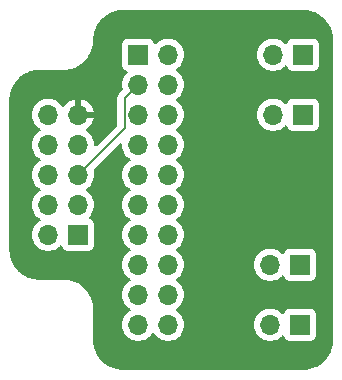
<source format=gbr>
%TF.GenerationSoftware,KiCad,Pcbnew,7.0.9-1.fc39*%
%TF.CreationDate,2023-12-29T10:13:10-08:00*%
%TF.ProjectId,supermicro-ATX-PCB,73757065-726d-4696-9372-6f2d4154582d,rev?*%
%TF.SameCoordinates,Original*%
%TF.FileFunction,Copper,L2,Bot*%
%TF.FilePolarity,Positive*%
%FSLAX46Y46*%
G04 Gerber Fmt 4.6, Leading zero omitted, Abs format (unit mm)*
G04 Created by KiCad (PCBNEW 7.0.9-1.fc39) date 2023-12-29 10:13:10*
%MOMM*%
%LPD*%
G01*
G04 APERTURE LIST*
%TA.AperFunction,ComponentPad*%
%ADD10R,1.700000X1.700000*%
%TD*%
%TA.AperFunction,ComponentPad*%
%ADD11O,1.700000X1.700000*%
%TD*%
%TA.AperFunction,Conductor*%
%ADD12C,0.200000*%
%TD*%
G04 APERTURE END LIST*
D10*
%TO.P,UID1,1,Pin_1*%
%TO.N,/UID_LED+*%
X123190000Y-68580000D03*
D11*
%TO.P,UID1,2,Pin_2*%
%TO.N,/UID_LED-*%
X120650000Y-68580000D03*
%TD*%
D10*
%TO.P,PWR_FAIL1,1,Pin_1*%
%TO.N,/PWR_FAIL_LED+*%
X123190000Y-63500000D03*
D11*
%TO.P,PWR_FAIL1,2,Pin_2*%
%TO.N,/PWR_FAIL_LED-*%
X120650000Y-63500000D03*
%TD*%
D10*
%TO.P,NIC2,1,Pin_1*%
%TO.N,/NIC2_LED+*%
X122936000Y-81280000D03*
D11*
%TO.P,NIC2,2,Pin_2*%
%TO.N,/NIC2_LED-*%
X120396000Y-81280000D03*
%TD*%
D10*
%TO.P,SM-JF1,1,Pin_1*%
%TO.N,/PWR_BUTT+*%
X109220000Y-63500000D03*
D11*
%TO.P,SM-JF1,2,Pin_2*%
%TO.N,/PWR_BUTT-*%
X111760000Y-63500000D03*
%TO.P,SM-JF1,3,Pin_3*%
%TO.N,/RESET_BUTT+*%
X109220000Y-66040000D03*
%TO.P,SM-JF1,4,Pin_4*%
%TO.N,/RESET_BUTT-*%
X111760000Y-66040000D03*
%TO.P,SM-JF1,5,Pin_5*%
%TO.N,/PWR_FAIL_LED+*%
X109220000Y-68580000D03*
%TO.P,SM-JF1,6,Pin_6*%
%TO.N,/PWR_FAIL_LED-*%
X111760000Y-68580000D03*
%TO.P,SM-JF1,7,Pin_7*%
%TO.N,/UID_LED+*%
X109220000Y-71120000D03*
%TO.P,SM-JF1,8,Pin_8*%
%TO.N,/UID_LED-*%
X111760000Y-71120000D03*
%TO.P,SM-JF1,9,Pin_9*%
%TO.N,/NIC2_LED+*%
X109220000Y-73660000D03*
%TO.P,SM-JF1,10,Pin_10*%
%TO.N,/NIC2_LED-*%
X111760000Y-73660000D03*
%TO.P,SM-JF1,11,Pin_11*%
%TO.N,/NIC1_LED+*%
X109220000Y-76200000D03*
%TO.P,SM-JF1,12,Pin_12*%
%TO.N,/NIC1_LED-*%
X111760000Y-76200000D03*
%TO.P,SM-JF1,13,Pin_13*%
%TO.N,/HDD_LED+*%
X109220000Y-78740000D03*
%TO.P,SM-JF1,14,Pin_14*%
%TO.N,/HDD_LED-*%
X111760000Y-78740000D03*
%TO.P,SM-JF1,15,Pin_15*%
%TO.N,/PWR_LED+*%
X109220000Y-81280000D03*
%TO.P,SM-JF1,16,Pin_16*%
%TO.N,/PWR_LED-*%
X111760000Y-81280000D03*
%TO.P,SM-JF1,17,Pin_17*%
%TO.N,unconnected-(SM-JF1-Pin_17-Pad17)*%
X109220000Y-83820000D03*
%TO.P,SM-JF1,18,Pin_18*%
%TO.N,unconnected-(SM-JF1-Pin_18-Pad18)*%
X111760000Y-83820000D03*
%TO.P,SM-JF1,19,Pin_19*%
%TO.N,unconnected-(SM-JF1-Pin_19-Pad19)*%
X109220000Y-86360000D03*
%TO.P,SM-JF1,20,Pin_20*%
%TO.N,/NMI*%
X111760000Y-86360000D03*
%TD*%
D10*
%TO.P,NIC1,1,Pin_1*%
%TO.N,/NIC1_LED+*%
X122936000Y-86360000D03*
D11*
%TO.P,NIC1,2,Pin_2*%
%TO.N,/NIC1_LED-*%
X120396000Y-86360000D03*
%TD*%
D10*
%TO.P,ATX-FP1,1,Pin_1*%
%TO.N,/HDD_LED+*%
X104140000Y-78740000D03*
D11*
%TO.P,ATX-FP1,2,Pin_2*%
%TO.N,/PWR_LED+*%
X101600000Y-78740000D03*
%TO.P,ATX-FP1,3,Pin_3*%
%TO.N,/HDD_LED-*%
X104140000Y-76200000D03*
%TO.P,ATX-FP1,4,Pin_4*%
%TO.N,/PWR_LED-*%
X101600000Y-76200000D03*
%TO.P,ATX-FP1,5,Pin_5*%
%TO.N,/RESET_BUTT+*%
X104140000Y-73660000D03*
%TO.P,ATX-FP1,6,Pin_6*%
%TO.N,/PWR_BUTT+*%
X101600000Y-73660000D03*
%TO.P,ATX-FP1,7,Pin_7*%
%TO.N,/RESET_BUTT-*%
X104140000Y-71120000D03*
%TO.P,ATX-FP1,8,Pin_8*%
%TO.N,/PWR_BUTT-*%
X101600000Y-71120000D03*
%TO.P,ATX-FP1,9,Pin_9*%
%TO.N,GND*%
X104140000Y-68580000D03*
%TO.P,ATX-FP1,10,Pin_10*%
%TO.N,unconnected-(ATX-FP1-Pin_10-Pad10)*%
X101600000Y-68580000D03*
%TD*%
D12*
%TO.N,/RESET_BUTT+*%
X104140000Y-73660000D02*
X108070000Y-69730000D01*
X108070000Y-67190000D02*
X109220000Y-66040000D01*
X108070000Y-69730000D02*
X108070000Y-67190000D01*
%TD*%
%TA.AperFunction,Conductor*%
%TO.N,GND*%
G36*
X123191737Y-59690598D02*
G01*
X123225041Y-59692467D01*
X123305603Y-59696992D01*
X123477691Y-59707401D01*
X123484297Y-59708160D01*
X123555907Y-59720327D01*
X123620343Y-59731277D01*
X123713462Y-59748340D01*
X123769227Y-59758560D01*
X123775198Y-59759963D01*
X123912032Y-59799384D01*
X124052850Y-59843265D01*
X124058092Y-59845164D01*
X124191420Y-59900391D01*
X124324609Y-59960334D01*
X124329147Y-59962605D01*
X124402221Y-60002991D01*
X124456422Y-60032947D01*
X124456439Y-60032956D01*
X124580935Y-60108217D01*
X124584739Y-60110711D01*
X124702726Y-60194427D01*
X124705072Y-60196176D01*
X124800416Y-60270874D01*
X124818332Y-60284910D01*
X124821409Y-60287486D01*
X124929430Y-60384018D01*
X124931957Y-60386408D01*
X125033590Y-60488041D01*
X125035980Y-60490568D01*
X125132512Y-60598589D01*
X125135088Y-60601666D01*
X125223811Y-60714912D01*
X125225571Y-60717272D01*
X125309287Y-60835259D01*
X125311781Y-60839063D01*
X125387043Y-60963560D01*
X125457393Y-61090851D01*
X125459668Y-61095398D01*
X125519609Y-61228581D01*
X125574831Y-61361899D01*
X125576744Y-61367183D01*
X125599633Y-61440634D01*
X125620631Y-61508021D01*
X125660032Y-61644790D01*
X125661440Y-61650781D01*
X125688722Y-61799656D01*
X125711835Y-61935683D01*
X125712599Y-61942330D01*
X125723012Y-62114475D01*
X125729402Y-62228263D01*
X125729500Y-62231741D01*
X125729500Y-87628258D01*
X125729402Y-87631736D01*
X125723012Y-87745524D01*
X125712599Y-87917668D01*
X125711835Y-87924315D01*
X125688722Y-88060343D01*
X125661440Y-88209217D01*
X125660032Y-88215208D01*
X125620625Y-88352001D01*
X125576744Y-88492815D01*
X125574831Y-88498099D01*
X125519609Y-88631418D01*
X125459668Y-88764600D01*
X125457394Y-88769147D01*
X125387043Y-88896439D01*
X125311781Y-89020936D01*
X125309287Y-89024739D01*
X125225571Y-89142726D01*
X125223811Y-89145086D01*
X125135088Y-89258332D01*
X125132512Y-89261409D01*
X125035980Y-89369430D01*
X125033590Y-89371957D01*
X124931957Y-89473590D01*
X124929430Y-89475980D01*
X124821409Y-89572512D01*
X124818332Y-89575088D01*
X124705086Y-89663811D01*
X124702726Y-89665571D01*
X124584739Y-89749287D01*
X124580936Y-89751781D01*
X124456439Y-89827043D01*
X124329147Y-89897394D01*
X124324600Y-89899668D01*
X124191418Y-89959609D01*
X124058099Y-90014831D01*
X124052815Y-90016744D01*
X123935231Y-90053385D01*
X123911990Y-90060627D01*
X123775208Y-90100032D01*
X123769217Y-90101440D01*
X123620343Y-90128722D01*
X123484315Y-90151835D01*
X123477668Y-90152599D01*
X123305524Y-90163012D01*
X123191736Y-90169402D01*
X123188258Y-90169500D01*
X107951742Y-90169500D01*
X107948265Y-90169402D01*
X107834475Y-90163012D01*
X107662330Y-90152599D01*
X107655683Y-90151835D01*
X107519656Y-90128722D01*
X107370781Y-90101440D01*
X107364790Y-90100032D01*
X107228021Y-90060631D01*
X107160634Y-90039633D01*
X107087183Y-90016744D01*
X107081899Y-90014831D01*
X106948581Y-89959609D01*
X106815398Y-89899668D01*
X106810851Y-89897393D01*
X106683560Y-89827043D01*
X106559063Y-89751781D01*
X106555259Y-89749287D01*
X106437272Y-89665571D01*
X106434912Y-89663811D01*
X106321666Y-89575088D01*
X106318589Y-89572512D01*
X106210568Y-89475980D01*
X106208041Y-89473590D01*
X106106408Y-89371957D01*
X106104018Y-89369430D01*
X106007486Y-89261409D01*
X106004910Y-89258332D01*
X105990874Y-89240416D01*
X105916176Y-89145072D01*
X105914427Y-89142726D01*
X105830711Y-89024739D01*
X105828217Y-89020935D01*
X105752956Y-88896439D01*
X105682605Y-88769147D01*
X105680330Y-88764600D01*
X105620390Y-88631418D01*
X105565167Y-88498099D01*
X105563265Y-88492850D01*
X105519375Y-88352001D01*
X105479963Y-88215198D01*
X105478560Y-88209227D01*
X105468340Y-88153462D01*
X105451277Y-88060343D01*
X105440327Y-87995907D01*
X105428160Y-87924297D01*
X105427401Y-87917691D01*
X105416992Y-87745603D01*
X105412235Y-87660888D01*
X105410598Y-87631736D01*
X105410500Y-87628259D01*
X105410500Y-84947326D01*
X105410499Y-84947322D01*
X105378554Y-84663794D01*
X105378553Y-84663789D01*
X105378552Y-84663780D01*
X105315057Y-84385591D01*
X105220814Y-84116261D01*
X105220810Y-84116254D01*
X105220807Y-84116245D01*
X105097012Y-83859181D01*
X105072389Y-83819994D01*
X104945197Y-83617569D01*
X104767289Y-83394479D01*
X104565521Y-83192711D01*
X104544548Y-83175986D01*
X104475856Y-83121206D01*
X104342431Y-83014803D01*
X104100824Y-82862991D01*
X104100825Y-82862991D01*
X104100818Y-82862987D01*
X103843754Y-82739192D01*
X103843732Y-82739183D01*
X103574420Y-82644946D01*
X103574408Y-82644942D01*
X103359714Y-82595940D01*
X103296220Y-82581448D01*
X103296217Y-82581447D01*
X103296205Y-82581445D01*
X103012677Y-82549500D01*
X103012671Y-82549500D01*
X102870099Y-82549500D01*
X101013715Y-82549500D01*
X101007600Y-82547704D01*
X100966736Y-82549424D01*
X100963213Y-82549472D01*
X100848018Y-82547770D01*
X100668929Y-82544357D01*
X100662065Y-82543844D01*
X100519471Y-82525196D01*
X100367408Y-82503249D01*
X100361205Y-82502028D01*
X100217929Y-82466160D01*
X100072986Y-82426440D01*
X100067495Y-82424657D01*
X99927677Y-82371939D01*
X99825461Y-82329733D01*
X99789866Y-82315035D01*
X99785134Y-82312843D01*
X99651427Y-82243942D01*
X99599033Y-82214241D01*
X99522092Y-82170623D01*
X99518142Y-82168183D01*
X99442272Y-82117265D01*
X99393939Y-82084827D01*
X99391470Y-82083081D01*
X99273493Y-81995269D01*
X99270277Y-81992705D01*
X99156400Y-81895546D01*
X99153750Y-81893150D01*
X99047597Y-81791452D01*
X99045107Y-81788924D01*
X98943136Y-81679289D01*
X98940456Y-81676209D01*
X98847641Y-81562063D01*
X98845800Y-81559683D01*
X98841187Y-81553408D01*
X98757220Y-81439192D01*
X98754600Y-81435330D01*
X98742568Y-81416079D01*
X98675809Y-81309256D01*
X98601242Y-81178621D01*
X98598863Y-81174012D01*
X98536093Y-81038738D01*
X98477440Y-80901318D01*
X98475423Y-80895908D01*
X98456656Y-80837385D01*
X98429539Y-80752827D01*
X98387554Y-80611175D01*
X98386074Y-80605053D01*
X98357640Y-80454110D01*
X98333095Y-80313562D01*
X98332266Y-80306298D01*
X98320097Y-80083937D01*
X98316643Y-80020829D01*
X98316551Y-80017453D01*
X98316551Y-78740005D01*
X100236844Y-78740005D01*
X100255434Y-78964359D01*
X100255436Y-78964371D01*
X100310703Y-79182614D01*
X100401140Y-79388792D01*
X100524276Y-79577265D01*
X100524284Y-79577276D01*
X100650967Y-79714888D01*
X100676760Y-79742906D01*
X100854424Y-79881189D01*
X100854425Y-79881189D01*
X100854427Y-79881191D01*
X100928912Y-79921500D01*
X101052426Y-79988342D01*
X101265365Y-80061444D01*
X101487431Y-80098500D01*
X101712569Y-80098500D01*
X101934635Y-80061444D01*
X102147574Y-79988342D01*
X102345576Y-79881189D01*
X102523240Y-79742906D01*
X102586452Y-79674239D01*
X102646337Y-79638250D01*
X102716175Y-79640349D01*
X102773791Y-79679873D01*
X102793861Y-79714888D01*
X102839111Y-79836204D01*
X102926739Y-79953261D01*
X103043796Y-80040889D01*
X103180799Y-80091989D01*
X103208050Y-80094918D01*
X103241345Y-80098499D01*
X103241362Y-80098500D01*
X105038638Y-80098500D01*
X105038654Y-80098499D01*
X105065692Y-80095591D01*
X105099201Y-80091989D01*
X105236204Y-80040889D01*
X105353261Y-79953261D01*
X105440889Y-79836204D01*
X105491989Y-79699201D01*
X105495591Y-79665692D01*
X105498499Y-79638654D01*
X105498500Y-79638637D01*
X105498500Y-77841362D01*
X105498499Y-77841345D01*
X105494672Y-77805759D01*
X105491989Y-77780799D01*
X105440889Y-77643796D01*
X105353261Y-77526739D01*
X105236204Y-77439111D01*
X105118404Y-77395172D01*
X105062471Y-77353300D01*
X105038055Y-77287835D01*
X105052908Y-77219562D01*
X105070504Y-77195014D01*
X105215722Y-77037268D01*
X105338860Y-76848791D01*
X105429296Y-76642616D01*
X105484564Y-76424368D01*
X105503156Y-76200000D01*
X105484564Y-75975632D01*
X105429296Y-75757384D01*
X105338860Y-75551209D01*
X105322706Y-75526484D01*
X105215723Y-75362734D01*
X105215715Y-75362723D01*
X105063243Y-75197097D01*
X105063238Y-75197092D01*
X104885577Y-75058812D01*
X104885578Y-75058812D01*
X104885576Y-75058811D01*
X104849070Y-75039055D01*
X104799479Y-74989836D01*
X104784371Y-74921619D01*
X104808541Y-74856064D01*
X104849070Y-74820945D01*
X104849084Y-74820936D01*
X104885576Y-74801189D01*
X105063240Y-74662906D01*
X105215722Y-74497268D01*
X105338860Y-74308791D01*
X105429296Y-74102616D01*
X105484564Y-73884368D01*
X105503156Y-73660000D01*
X105484564Y-73435632D01*
X105449394Y-73296749D01*
X105452019Y-73226929D01*
X105481917Y-73178630D01*
X107646231Y-71014316D01*
X107707552Y-70980833D01*
X107777244Y-70985817D01*
X107833177Y-71027689D01*
X107857594Y-71093153D01*
X107857487Y-71112233D01*
X107856844Y-71119997D01*
X107856844Y-71120005D01*
X107875434Y-71344359D01*
X107875436Y-71344371D01*
X107930703Y-71562614D01*
X108021140Y-71768792D01*
X108144276Y-71957265D01*
X108144284Y-71957276D01*
X108296756Y-72122902D01*
X108296760Y-72122906D01*
X108474424Y-72261189D01*
X108474429Y-72261191D01*
X108474431Y-72261193D01*
X108510930Y-72280946D01*
X108560520Y-72330165D01*
X108575628Y-72398382D01*
X108551457Y-72463937D01*
X108510930Y-72499054D01*
X108474431Y-72518806D01*
X108474422Y-72518812D01*
X108296761Y-72657092D01*
X108296756Y-72657097D01*
X108144284Y-72822723D01*
X108144276Y-72822734D01*
X108021140Y-73011207D01*
X107930703Y-73217385D01*
X107875436Y-73435628D01*
X107875434Y-73435640D01*
X107856844Y-73659994D01*
X107856844Y-73660005D01*
X107875434Y-73884359D01*
X107875436Y-73884371D01*
X107930703Y-74102614D01*
X108021140Y-74308792D01*
X108144276Y-74497265D01*
X108144284Y-74497276D01*
X108296756Y-74662902D01*
X108296760Y-74662906D01*
X108474424Y-74801189D01*
X108474429Y-74801191D01*
X108474431Y-74801193D01*
X108510930Y-74820946D01*
X108560520Y-74870165D01*
X108575628Y-74938382D01*
X108551457Y-75003937D01*
X108510930Y-75039054D01*
X108474431Y-75058806D01*
X108474422Y-75058812D01*
X108296761Y-75197092D01*
X108296756Y-75197097D01*
X108144284Y-75362723D01*
X108144276Y-75362734D01*
X108021140Y-75551207D01*
X107930703Y-75757385D01*
X107875436Y-75975628D01*
X107875434Y-75975640D01*
X107856844Y-76199994D01*
X107856844Y-76200005D01*
X107875434Y-76424359D01*
X107875436Y-76424371D01*
X107930703Y-76642614D01*
X108021140Y-76848792D01*
X108144276Y-77037265D01*
X108144284Y-77037276D01*
X108289488Y-77195007D01*
X108296760Y-77202906D01*
X108474424Y-77341189D01*
X108474429Y-77341191D01*
X108474431Y-77341193D01*
X108510930Y-77360946D01*
X108560520Y-77410165D01*
X108575628Y-77478382D01*
X108551457Y-77543937D01*
X108510930Y-77579054D01*
X108474431Y-77598806D01*
X108474422Y-77598812D01*
X108296761Y-77737092D01*
X108296756Y-77737097D01*
X108144284Y-77902723D01*
X108144276Y-77902734D01*
X108021140Y-78091207D01*
X107930703Y-78297385D01*
X107875436Y-78515628D01*
X107875434Y-78515640D01*
X107856844Y-78739994D01*
X107856844Y-78740005D01*
X107875434Y-78964359D01*
X107875436Y-78964371D01*
X107930703Y-79182614D01*
X108021140Y-79388792D01*
X108144276Y-79577265D01*
X108144284Y-79577276D01*
X108270967Y-79714888D01*
X108296760Y-79742906D01*
X108474424Y-79881189D01*
X108474429Y-79881191D01*
X108474431Y-79881193D01*
X108510930Y-79900946D01*
X108560520Y-79950165D01*
X108575628Y-80018382D01*
X108551457Y-80083937D01*
X108510930Y-80119054D01*
X108474431Y-80138806D01*
X108474422Y-80138812D01*
X108296761Y-80277092D01*
X108296756Y-80277097D01*
X108144284Y-80442723D01*
X108144276Y-80442734D01*
X108021140Y-80631207D01*
X107930703Y-80837385D01*
X107875436Y-81055628D01*
X107875434Y-81055640D01*
X107856844Y-81279994D01*
X107856844Y-81280005D01*
X107875434Y-81504359D01*
X107875436Y-81504371D01*
X107930703Y-81722614D01*
X108021140Y-81928792D01*
X108144276Y-82117265D01*
X108144284Y-82117276D01*
X108270967Y-82254888D01*
X108296760Y-82282906D01*
X108474424Y-82421189D01*
X108474429Y-82421191D01*
X108474431Y-82421193D01*
X108510930Y-82440946D01*
X108560520Y-82490165D01*
X108575628Y-82558382D01*
X108551457Y-82623937D01*
X108510930Y-82659054D01*
X108474431Y-82678806D01*
X108474422Y-82678812D01*
X108296761Y-82817092D01*
X108296756Y-82817097D01*
X108144284Y-82982723D01*
X108144276Y-82982734D01*
X108021140Y-83171207D01*
X107930703Y-83377385D01*
X107875436Y-83595628D01*
X107875434Y-83595640D01*
X107856844Y-83819994D01*
X107856844Y-83820005D01*
X107875434Y-84044359D01*
X107875436Y-84044371D01*
X107930703Y-84262614D01*
X108021140Y-84468792D01*
X108144276Y-84657265D01*
X108144284Y-84657276D01*
X108280889Y-84805666D01*
X108296760Y-84822906D01*
X108474424Y-84961189D01*
X108474429Y-84961191D01*
X108474431Y-84961193D01*
X108510930Y-84980946D01*
X108560520Y-85030165D01*
X108575628Y-85098382D01*
X108551457Y-85163937D01*
X108510930Y-85199054D01*
X108474431Y-85218806D01*
X108474422Y-85218812D01*
X108296761Y-85357092D01*
X108296756Y-85357097D01*
X108144284Y-85522723D01*
X108144276Y-85522734D01*
X108021140Y-85711207D01*
X107930703Y-85917385D01*
X107875436Y-86135628D01*
X107875434Y-86135640D01*
X107856844Y-86359994D01*
X107856844Y-86360005D01*
X107875434Y-86584359D01*
X107875436Y-86584371D01*
X107930703Y-86802614D01*
X108021140Y-87008792D01*
X108144276Y-87197265D01*
X108144284Y-87197276D01*
X108270967Y-87334888D01*
X108296760Y-87362906D01*
X108474424Y-87501189D01*
X108474425Y-87501189D01*
X108474427Y-87501191D01*
X108601135Y-87569761D01*
X108672426Y-87608342D01*
X108885365Y-87681444D01*
X109107431Y-87718500D01*
X109332569Y-87718500D01*
X109554635Y-87681444D01*
X109767574Y-87608342D01*
X109965576Y-87501189D01*
X110143240Y-87362906D01*
X110295722Y-87197268D01*
X110386193Y-87058790D01*
X110439338Y-87013437D01*
X110508569Y-87004013D01*
X110571905Y-87033515D01*
X110593804Y-87058787D01*
X110684278Y-87197268D01*
X110684283Y-87197273D01*
X110684284Y-87197276D01*
X110810967Y-87334888D01*
X110836760Y-87362906D01*
X111014424Y-87501189D01*
X111014425Y-87501189D01*
X111014427Y-87501191D01*
X111141135Y-87569761D01*
X111212426Y-87608342D01*
X111425365Y-87681444D01*
X111647431Y-87718500D01*
X111872569Y-87718500D01*
X112094635Y-87681444D01*
X112307574Y-87608342D01*
X112505576Y-87501189D01*
X112683240Y-87362906D01*
X112835722Y-87197268D01*
X112958860Y-87008791D01*
X113049296Y-86802616D01*
X113104564Y-86584368D01*
X113123156Y-86360005D01*
X119032844Y-86360005D01*
X119051434Y-86584359D01*
X119051436Y-86584371D01*
X119106703Y-86802614D01*
X119197140Y-87008792D01*
X119320276Y-87197265D01*
X119320284Y-87197276D01*
X119446967Y-87334888D01*
X119472760Y-87362906D01*
X119650424Y-87501189D01*
X119650425Y-87501189D01*
X119650427Y-87501191D01*
X119777135Y-87569761D01*
X119848426Y-87608342D01*
X120061365Y-87681444D01*
X120283431Y-87718500D01*
X120508569Y-87718500D01*
X120730635Y-87681444D01*
X120943574Y-87608342D01*
X121141576Y-87501189D01*
X121319240Y-87362906D01*
X121382452Y-87294239D01*
X121442337Y-87258250D01*
X121512175Y-87260349D01*
X121569791Y-87299873D01*
X121589861Y-87334888D01*
X121635111Y-87456204D01*
X121722739Y-87573261D01*
X121839796Y-87660889D01*
X121976799Y-87711989D01*
X122004050Y-87714918D01*
X122037345Y-87718499D01*
X122037362Y-87718500D01*
X123834638Y-87718500D01*
X123834654Y-87718499D01*
X123861692Y-87715591D01*
X123895201Y-87711989D01*
X124032204Y-87660889D01*
X124149261Y-87573261D01*
X124236889Y-87456204D01*
X124287989Y-87319201D01*
X124291591Y-87285692D01*
X124294499Y-87258654D01*
X124294500Y-87258637D01*
X124294500Y-85461362D01*
X124294499Y-85461345D01*
X124290672Y-85425759D01*
X124287989Y-85400799D01*
X124236889Y-85263796D01*
X124149261Y-85146739D01*
X124032204Y-85059111D01*
X123895203Y-85008011D01*
X123834654Y-85001500D01*
X123834638Y-85001500D01*
X122037362Y-85001500D01*
X122037345Y-85001500D01*
X121976797Y-85008011D01*
X121976795Y-85008011D01*
X121839795Y-85059111D01*
X121722739Y-85146739D01*
X121635111Y-85263795D01*
X121589861Y-85385111D01*
X121547989Y-85441044D01*
X121482524Y-85465460D01*
X121414252Y-85450607D01*
X121382454Y-85425762D01*
X121319240Y-85357094D01*
X121141576Y-85218811D01*
X121141575Y-85218810D01*
X121141572Y-85218808D01*
X120943580Y-85111661D01*
X120943577Y-85111659D01*
X120943574Y-85111658D01*
X120943571Y-85111657D01*
X120943569Y-85111656D01*
X120730637Y-85038556D01*
X120508569Y-85001500D01*
X120283431Y-85001500D01*
X120061362Y-85038556D01*
X119848430Y-85111656D01*
X119848419Y-85111661D01*
X119650427Y-85218808D01*
X119650422Y-85218812D01*
X119472761Y-85357092D01*
X119472756Y-85357097D01*
X119320284Y-85522723D01*
X119320276Y-85522734D01*
X119197140Y-85711207D01*
X119106703Y-85917385D01*
X119051436Y-86135628D01*
X119051434Y-86135640D01*
X119032844Y-86359994D01*
X119032844Y-86360005D01*
X113123156Y-86360005D01*
X113123156Y-86360000D01*
X113104564Y-86135632D01*
X113049296Y-85917384D01*
X112958860Y-85711209D01*
X112942706Y-85686484D01*
X112835723Y-85522734D01*
X112835715Y-85522723D01*
X112683243Y-85357097D01*
X112683238Y-85357092D01*
X112505577Y-85218812D01*
X112505578Y-85218812D01*
X112505576Y-85218811D01*
X112469070Y-85199055D01*
X112419479Y-85149836D01*
X112404371Y-85081619D01*
X112428541Y-85016064D01*
X112469070Y-84980945D01*
X112469084Y-84980936D01*
X112505576Y-84961189D01*
X112683240Y-84822906D01*
X112782614Y-84714957D01*
X112835715Y-84657276D01*
X112835717Y-84657273D01*
X112835722Y-84657268D01*
X112958860Y-84468791D01*
X113049296Y-84262616D01*
X113104564Y-84044368D01*
X113104565Y-84044359D01*
X113123156Y-83820005D01*
X113123156Y-83819994D01*
X113104565Y-83595640D01*
X113104563Y-83595628D01*
X113049296Y-83377385D01*
X112968291Y-83192711D01*
X112958860Y-83171209D01*
X112942706Y-83146484D01*
X112835723Y-82982734D01*
X112835715Y-82982723D01*
X112683243Y-82817097D01*
X112683238Y-82817092D01*
X112505577Y-82678812D01*
X112505578Y-82678812D01*
X112505576Y-82678811D01*
X112469070Y-82659055D01*
X112419479Y-82609836D01*
X112404371Y-82541619D01*
X112428541Y-82476064D01*
X112469070Y-82440945D01*
X112478039Y-82436091D01*
X112505576Y-82421189D01*
X112683240Y-82282906D01*
X112835722Y-82117268D01*
X112958860Y-81928791D01*
X113049296Y-81722616D01*
X113104564Y-81504368D01*
X113104565Y-81504359D01*
X113123156Y-81280005D01*
X119032844Y-81280005D01*
X119051434Y-81504359D01*
X119051436Y-81504371D01*
X119106703Y-81722614D01*
X119197140Y-81928792D01*
X119320276Y-82117265D01*
X119320284Y-82117276D01*
X119446967Y-82254888D01*
X119472760Y-82282906D01*
X119650424Y-82421189D01*
X119650425Y-82421189D01*
X119650427Y-82421191D01*
X119733523Y-82466160D01*
X119848426Y-82528342D01*
X120061365Y-82601444D01*
X120283431Y-82638500D01*
X120508569Y-82638500D01*
X120730635Y-82601444D01*
X120943574Y-82528342D01*
X121141576Y-82421189D01*
X121319240Y-82282906D01*
X121382452Y-82214239D01*
X121442337Y-82178250D01*
X121512175Y-82180349D01*
X121569791Y-82219873D01*
X121589861Y-82254888D01*
X121617778Y-82329733D01*
X121635111Y-82376204D01*
X121722739Y-82493261D01*
X121839796Y-82580889D01*
X121976799Y-82631989D01*
X122004050Y-82634918D01*
X122037345Y-82638499D01*
X122037362Y-82638500D01*
X123834638Y-82638500D01*
X123834654Y-82638499D01*
X123861692Y-82635591D01*
X123895201Y-82631989D01*
X124032204Y-82580889D01*
X124149261Y-82493261D01*
X124236889Y-82376204D01*
X124287989Y-82239201D01*
X124291591Y-82205692D01*
X124294499Y-82178654D01*
X124294500Y-82178637D01*
X124294500Y-80381362D01*
X124294499Y-80381345D01*
X124290672Y-80345759D01*
X124287989Y-80320799D01*
X124282580Y-80306298D01*
X124265522Y-80260564D01*
X124236889Y-80183796D01*
X124149261Y-80066739D01*
X124032204Y-79979111D01*
X123895203Y-79928011D01*
X123834654Y-79921500D01*
X123834638Y-79921500D01*
X122037362Y-79921500D01*
X122037345Y-79921500D01*
X121976797Y-79928011D01*
X121976795Y-79928011D01*
X121839795Y-79979111D01*
X121722739Y-80066739D01*
X121635111Y-80183795D01*
X121589861Y-80305111D01*
X121547989Y-80361044D01*
X121482524Y-80385460D01*
X121414252Y-80370607D01*
X121382454Y-80345762D01*
X121319240Y-80277094D01*
X121141576Y-80138811D01*
X121141575Y-80138810D01*
X121141572Y-80138808D01*
X120943580Y-80031661D01*
X120943577Y-80031659D01*
X120943574Y-80031658D01*
X120943571Y-80031657D01*
X120943569Y-80031656D01*
X120730637Y-79958556D01*
X120508569Y-79921500D01*
X120283431Y-79921500D01*
X120061362Y-79958556D01*
X119848430Y-80031656D01*
X119848419Y-80031661D01*
X119650427Y-80138808D01*
X119650422Y-80138812D01*
X119472761Y-80277092D01*
X119472756Y-80277097D01*
X119320284Y-80442723D01*
X119320276Y-80442734D01*
X119197140Y-80631207D01*
X119106703Y-80837385D01*
X119051436Y-81055628D01*
X119051434Y-81055640D01*
X119032844Y-81279994D01*
X119032844Y-81280005D01*
X113123156Y-81280005D01*
X113123156Y-81279994D01*
X113104565Y-81055640D01*
X113104563Y-81055628D01*
X113049296Y-80837385D01*
X112958859Y-80631207D01*
X112897291Y-80536970D01*
X112835722Y-80442732D01*
X112835719Y-80442729D01*
X112835715Y-80442723D01*
X112683243Y-80277097D01*
X112683238Y-80277092D01*
X112505577Y-80138812D01*
X112505578Y-80138812D01*
X112505576Y-80138811D01*
X112469070Y-80119055D01*
X112419479Y-80069836D01*
X112404371Y-80001619D01*
X112428541Y-79936064D01*
X112469070Y-79900945D01*
X112469084Y-79900936D01*
X112505576Y-79881189D01*
X112683240Y-79742906D01*
X112835722Y-79577268D01*
X112958860Y-79388791D01*
X113049296Y-79182616D01*
X113104564Y-78964368D01*
X113123156Y-78740000D01*
X113104564Y-78515632D01*
X113049296Y-78297384D01*
X112958860Y-78091209D01*
X112942706Y-78066484D01*
X112835723Y-77902734D01*
X112835715Y-77902723D01*
X112683243Y-77737097D01*
X112683238Y-77737092D01*
X112505577Y-77598812D01*
X112505578Y-77598812D01*
X112505576Y-77598811D01*
X112469070Y-77579055D01*
X112419479Y-77529836D01*
X112404371Y-77461619D01*
X112428541Y-77396064D01*
X112469070Y-77360945D01*
X112469084Y-77360936D01*
X112505576Y-77341189D01*
X112683240Y-77202906D01*
X112835722Y-77037268D01*
X112958860Y-76848791D01*
X113049296Y-76642616D01*
X113104564Y-76424368D01*
X113123156Y-76200000D01*
X113104564Y-75975632D01*
X113049296Y-75757384D01*
X112958860Y-75551209D01*
X112942706Y-75526484D01*
X112835723Y-75362734D01*
X112835715Y-75362723D01*
X112683243Y-75197097D01*
X112683238Y-75197092D01*
X112505577Y-75058812D01*
X112505578Y-75058812D01*
X112505576Y-75058811D01*
X112469070Y-75039055D01*
X112419479Y-74989836D01*
X112404371Y-74921619D01*
X112428541Y-74856064D01*
X112469070Y-74820945D01*
X112469084Y-74820936D01*
X112505576Y-74801189D01*
X112683240Y-74662906D01*
X112835722Y-74497268D01*
X112958860Y-74308791D01*
X113049296Y-74102616D01*
X113104564Y-73884368D01*
X113123156Y-73660000D01*
X113104564Y-73435632D01*
X113049296Y-73217384D01*
X112958860Y-73011209D01*
X112942706Y-72986484D01*
X112835723Y-72822734D01*
X112835715Y-72822723D01*
X112683243Y-72657097D01*
X112683238Y-72657092D01*
X112505577Y-72518812D01*
X112505578Y-72518812D01*
X112505576Y-72518811D01*
X112469070Y-72499055D01*
X112419479Y-72449836D01*
X112404371Y-72381619D01*
X112428541Y-72316064D01*
X112469070Y-72280945D01*
X112469084Y-72280936D01*
X112505576Y-72261189D01*
X112683240Y-72122906D01*
X112835722Y-71957268D01*
X112958860Y-71768791D01*
X113049296Y-71562616D01*
X113104564Y-71344368D01*
X113104565Y-71344359D01*
X113123156Y-71120005D01*
X113123156Y-71119994D01*
X113104565Y-70895640D01*
X113104563Y-70895628D01*
X113049296Y-70677385D01*
X112958859Y-70471207D01*
X112835723Y-70282734D01*
X112835715Y-70282723D01*
X112683243Y-70117097D01*
X112683238Y-70117092D01*
X112505577Y-69978812D01*
X112505578Y-69978812D01*
X112505576Y-69978811D01*
X112469070Y-69959055D01*
X112419479Y-69909836D01*
X112404371Y-69841619D01*
X112428541Y-69776064D01*
X112469070Y-69740945D01*
X112469084Y-69740936D01*
X112505576Y-69721189D01*
X112683240Y-69582906D01*
X112804594Y-69451082D01*
X112835715Y-69417276D01*
X112835717Y-69417273D01*
X112835722Y-69417268D01*
X112958860Y-69228791D01*
X113049296Y-69022616D01*
X113104564Y-68804368D01*
X113123156Y-68580005D01*
X119286844Y-68580005D01*
X119305434Y-68804359D01*
X119305436Y-68804371D01*
X119360703Y-69022614D01*
X119451140Y-69228792D01*
X119574276Y-69417265D01*
X119574284Y-69417276D01*
X119700967Y-69554888D01*
X119726760Y-69582906D01*
X119904424Y-69721189D01*
X119904425Y-69721189D01*
X119904427Y-69721191D01*
X119947985Y-69744763D01*
X120102426Y-69828342D01*
X120315365Y-69901444D01*
X120537431Y-69938500D01*
X120762569Y-69938500D01*
X120984635Y-69901444D01*
X121197574Y-69828342D01*
X121395576Y-69721189D01*
X121573240Y-69582906D01*
X121636452Y-69514239D01*
X121696337Y-69478250D01*
X121766175Y-69480349D01*
X121823791Y-69519873D01*
X121843861Y-69554888D01*
X121867442Y-69618108D01*
X121889111Y-69676204D01*
X121976739Y-69793261D01*
X122093796Y-69880889D01*
X122230799Y-69931989D01*
X122258050Y-69934918D01*
X122291345Y-69938499D01*
X122291362Y-69938500D01*
X124088638Y-69938500D01*
X124088654Y-69938499D01*
X124115692Y-69935591D01*
X124149201Y-69931989D01*
X124286204Y-69880889D01*
X124403261Y-69793261D01*
X124490889Y-69676204D01*
X124541989Y-69539201D01*
X124546889Y-69493627D01*
X124548499Y-69478654D01*
X124548500Y-69478637D01*
X124548500Y-67681362D01*
X124548499Y-67681345D01*
X124544672Y-67645759D01*
X124541989Y-67620799D01*
X124490889Y-67483796D01*
X124403261Y-67366739D01*
X124286204Y-67279111D01*
X124149203Y-67228011D01*
X124088654Y-67221500D01*
X124088638Y-67221500D01*
X122291362Y-67221500D01*
X122291345Y-67221500D01*
X122230797Y-67228011D01*
X122230795Y-67228011D01*
X122093795Y-67279111D01*
X121976739Y-67366739D01*
X121889111Y-67483795D01*
X121843861Y-67605111D01*
X121801989Y-67661044D01*
X121736524Y-67685460D01*
X121668252Y-67670607D01*
X121636454Y-67645762D01*
X121573240Y-67577094D01*
X121395576Y-67438811D01*
X121395575Y-67438810D01*
X121395572Y-67438808D01*
X121197580Y-67331661D01*
X121197577Y-67331659D01*
X121197574Y-67331658D01*
X121197571Y-67331657D01*
X121197569Y-67331656D01*
X120984637Y-67258556D01*
X120762569Y-67221500D01*
X120537431Y-67221500D01*
X120315362Y-67258556D01*
X120102430Y-67331656D01*
X120102419Y-67331661D01*
X119904427Y-67438808D01*
X119904422Y-67438812D01*
X119726761Y-67577092D01*
X119726756Y-67577097D01*
X119574284Y-67742723D01*
X119574276Y-67742734D01*
X119451140Y-67931207D01*
X119360703Y-68137385D01*
X119305436Y-68355628D01*
X119305434Y-68355640D01*
X119286844Y-68579994D01*
X119286844Y-68580005D01*
X113123156Y-68580005D01*
X113123156Y-68580000D01*
X113104564Y-68355632D01*
X113049296Y-68137384D01*
X112958860Y-67931209D01*
X112942706Y-67906484D01*
X112835723Y-67742734D01*
X112835715Y-67742723D01*
X112683243Y-67577097D01*
X112683238Y-67577092D01*
X112505577Y-67438812D01*
X112505578Y-67438812D01*
X112505576Y-67438811D01*
X112469070Y-67419055D01*
X112419479Y-67369836D01*
X112404371Y-67301619D01*
X112428541Y-67236064D01*
X112469070Y-67200945D01*
X112469084Y-67200936D01*
X112505576Y-67181189D01*
X112683240Y-67042906D01*
X112830163Y-66883307D01*
X112835715Y-66877276D01*
X112835717Y-66877273D01*
X112835722Y-66877268D01*
X112958860Y-66688791D01*
X113049296Y-66482616D01*
X113104564Y-66264368D01*
X113111623Y-66179184D01*
X113123156Y-66040005D01*
X113123156Y-66039994D01*
X113104565Y-65815640D01*
X113104563Y-65815628D01*
X113072488Y-65688967D01*
X113049296Y-65597384D01*
X112958860Y-65391209D01*
X112942706Y-65366484D01*
X112835723Y-65202734D01*
X112835715Y-65202723D01*
X112683243Y-65037097D01*
X112683238Y-65037092D01*
X112505577Y-64898812D01*
X112505578Y-64898812D01*
X112505576Y-64898811D01*
X112469070Y-64879055D01*
X112419479Y-64829836D01*
X112404371Y-64761619D01*
X112428541Y-64696064D01*
X112469070Y-64660945D01*
X112469084Y-64660936D01*
X112505576Y-64641189D01*
X112683240Y-64502906D01*
X112835722Y-64337268D01*
X112958860Y-64148791D01*
X113049296Y-63942616D01*
X113104564Y-63724368D01*
X113106382Y-63702429D01*
X113123156Y-63500005D01*
X119286844Y-63500005D01*
X119305434Y-63724359D01*
X119305436Y-63724371D01*
X119360703Y-63942614D01*
X119451140Y-64148792D01*
X119574276Y-64337265D01*
X119574284Y-64337276D01*
X119700967Y-64474888D01*
X119726760Y-64502906D01*
X119904424Y-64641189D01*
X119904425Y-64641189D01*
X119904427Y-64641191D01*
X120005824Y-64696064D01*
X120102426Y-64748342D01*
X120315365Y-64821444D01*
X120537431Y-64858500D01*
X120762569Y-64858500D01*
X120984635Y-64821444D01*
X121197574Y-64748342D01*
X121395576Y-64641189D01*
X121573240Y-64502906D01*
X121636452Y-64434239D01*
X121696337Y-64398250D01*
X121766175Y-64400349D01*
X121823791Y-64439873D01*
X121843861Y-64474888D01*
X121889111Y-64596204D01*
X121976739Y-64713261D01*
X122093796Y-64800889D01*
X122230799Y-64851989D01*
X122258050Y-64854918D01*
X122291345Y-64858499D01*
X122291362Y-64858500D01*
X124088638Y-64858500D01*
X124088654Y-64858499D01*
X124115692Y-64855591D01*
X124149201Y-64851989D01*
X124286204Y-64800889D01*
X124403261Y-64713261D01*
X124490889Y-64596204D01*
X124541989Y-64459201D01*
X124547344Y-64409391D01*
X124548499Y-64398654D01*
X124548500Y-64398637D01*
X124548500Y-62601362D01*
X124548499Y-62601345D01*
X124545157Y-62570270D01*
X124541989Y-62540799D01*
X124536137Y-62525110D01*
X124519522Y-62480564D01*
X124490889Y-62403796D01*
X124403261Y-62286739D01*
X124286204Y-62199111D01*
X124149203Y-62148011D01*
X124088654Y-62141500D01*
X124088638Y-62141500D01*
X122291362Y-62141500D01*
X122291345Y-62141500D01*
X122230797Y-62148011D01*
X122230795Y-62148011D01*
X122093795Y-62199111D01*
X121976739Y-62286739D01*
X121889111Y-62403795D01*
X121843861Y-62525111D01*
X121801989Y-62581044D01*
X121736524Y-62605460D01*
X121668252Y-62590607D01*
X121636454Y-62565762D01*
X121573240Y-62497094D01*
X121395576Y-62358811D01*
X121395575Y-62358810D01*
X121395572Y-62358808D01*
X121197580Y-62251661D01*
X121197577Y-62251659D01*
X121197574Y-62251658D01*
X121197571Y-62251657D01*
X121197569Y-62251656D01*
X120984637Y-62178556D01*
X120762569Y-62141500D01*
X120537431Y-62141500D01*
X120315362Y-62178556D01*
X120102430Y-62251656D01*
X120102419Y-62251661D01*
X119904427Y-62358808D01*
X119904422Y-62358812D01*
X119726761Y-62497092D01*
X119726756Y-62497097D01*
X119574284Y-62662723D01*
X119574276Y-62662734D01*
X119451140Y-62851207D01*
X119360703Y-63057385D01*
X119305436Y-63275628D01*
X119305434Y-63275640D01*
X119286844Y-63499994D01*
X119286844Y-63500005D01*
X113123156Y-63500005D01*
X113123156Y-63499994D01*
X113104565Y-63275640D01*
X113104563Y-63275628D01*
X113049296Y-63057385D01*
X112995354Y-62934409D01*
X112958860Y-62851209D01*
X112835722Y-62662732D01*
X112835719Y-62662729D01*
X112835715Y-62662723D01*
X112683243Y-62497097D01*
X112683238Y-62497092D01*
X112523391Y-62372677D01*
X112505576Y-62358811D01*
X112505575Y-62358810D01*
X112505572Y-62358808D01*
X112307580Y-62251661D01*
X112307577Y-62251659D01*
X112307574Y-62251658D01*
X112307571Y-62251657D01*
X112307569Y-62251656D01*
X112094637Y-62178556D01*
X111872569Y-62141500D01*
X111647431Y-62141500D01*
X111425362Y-62178556D01*
X111212430Y-62251656D01*
X111212419Y-62251661D01*
X111014427Y-62358808D01*
X111014422Y-62358812D01*
X110836761Y-62497092D01*
X110773548Y-62565760D01*
X110713661Y-62601750D01*
X110643823Y-62599649D01*
X110586207Y-62560124D01*
X110566138Y-62525110D01*
X110520889Y-62403796D01*
X110520888Y-62403795D01*
X110433261Y-62286739D01*
X110316204Y-62199111D01*
X110179203Y-62148011D01*
X110118654Y-62141500D01*
X110118638Y-62141500D01*
X108321362Y-62141500D01*
X108321345Y-62141500D01*
X108260797Y-62148011D01*
X108260795Y-62148011D01*
X108123795Y-62199111D01*
X108006739Y-62286739D01*
X107919111Y-62403795D01*
X107868011Y-62540795D01*
X107868011Y-62540797D01*
X107861500Y-62601345D01*
X107861500Y-64398654D01*
X107868011Y-64459202D01*
X107868011Y-64459204D01*
X107919111Y-64596204D01*
X108006739Y-64713261D01*
X108123796Y-64800889D01*
X108166404Y-64816781D01*
X108241595Y-64844827D01*
X108297528Y-64886699D01*
X108321944Y-64952163D01*
X108307092Y-65020436D01*
X108289490Y-65044991D01*
X108144279Y-65202730D01*
X108144276Y-65202734D01*
X108021140Y-65391207D01*
X107930703Y-65597385D01*
X107875436Y-65815628D01*
X107875434Y-65815640D01*
X107856844Y-66039994D01*
X107856844Y-66040005D01*
X107875435Y-66264364D01*
X107910605Y-66403248D01*
X107907980Y-66473068D01*
X107878080Y-66521369D01*
X107670801Y-66728649D01*
X107664698Y-66734000D01*
X107636013Y-66756012D01*
X107611521Y-66787929D01*
X107538335Y-66883307D01*
X107537694Y-66885010D01*
X107477163Y-67031146D01*
X107477162Y-67031150D01*
X107460957Y-67154241D01*
X107460955Y-67154254D01*
X107456250Y-67190000D01*
X107460969Y-67225843D01*
X107461500Y-67233945D01*
X107461500Y-69426588D01*
X107441815Y-69493627D01*
X107425181Y-69514269D01*
X105713770Y-71225679D01*
X105652447Y-71259164D01*
X105582755Y-71254180D01*
X105526822Y-71212308D01*
X105502405Y-71146844D01*
X105502512Y-71127760D01*
X105503156Y-71120000D01*
X105502512Y-71112233D01*
X105484565Y-70895640D01*
X105484563Y-70895628D01*
X105429296Y-70677385D01*
X105338859Y-70471207D01*
X105215723Y-70282734D01*
X105215715Y-70282723D01*
X105063243Y-70117097D01*
X105063238Y-70117092D01*
X104885577Y-69978812D01*
X104885577Y-69978811D01*
X104842303Y-69955393D01*
X104792713Y-69906173D01*
X104777605Y-69837957D01*
X104801775Y-69772401D01*
X104830198Y-69744763D01*
X105011079Y-69618108D01*
X105178105Y-69451082D01*
X105313600Y-69257578D01*
X105413429Y-69043492D01*
X105413432Y-69043486D01*
X105470636Y-68830000D01*
X104573686Y-68830000D01*
X104599493Y-68789844D01*
X104640000Y-68651889D01*
X104640000Y-68508111D01*
X104599493Y-68370156D01*
X104573686Y-68330000D01*
X105470636Y-68330000D01*
X105470635Y-68329999D01*
X105413432Y-68116513D01*
X105413429Y-68116507D01*
X105313600Y-67902422D01*
X105313599Y-67902420D01*
X105178113Y-67708926D01*
X105178108Y-67708920D01*
X105011082Y-67541894D01*
X104817578Y-67406399D01*
X104603492Y-67306570D01*
X104603486Y-67306567D01*
X104390000Y-67249364D01*
X104390000Y-68144498D01*
X104282315Y-68095320D01*
X104175763Y-68080000D01*
X104104237Y-68080000D01*
X103997685Y-68095320D01*
X103890000Y-68144498D01*
X103890000Y-67249364D01*
X103889999Y-67249364D01*
X103676513Y-67306567D01*
X103676507Y-67306570D01*
X103462422Y-67406399D01*
X103462420Y-67406400D01*
X103268926Y-67541886D01*
X103268920Y-67541891D01*
X103101891Y-67708920D01*
X103101890Y-67708922D01*
X102975131Y-67889952D01*
X102920554Y-67933577D01*
X102851055Y-67940769D01*
X102788701Y-67909247D01*
X102769752Y-67886656D01*
X102675722Y-67742732D01*
X102675715Y-67742725D01*
X102675715Y-67742723D01*
X102523243Y-67577097D01*
X102523238Y-67577092D01*
X102345577Y-67438812D01*
X102345572Y-67438808D01*
X102147580Y-67331661D01*
X102147577Y-67331659D01*
X102147574Y-67331658D01*
X102147571Y-67331657D01*
X102147569Y-67331656D01*
X101934637Y-67258556D01*
X101712569Y-67221500D01*
X101487431Y-67221500D01*
X101265362Y-67258556D01*
X101052430Y-67331656D01*
X101052419Y-67331661D01*
X100854427Y-67438808D01*
X100854422Y-67438812D01*
X100676761Y-67577092D01*
X100676756Y-67577097D01*
X100524284Y-67742723D01*
X100524276Y-67742734D01*
X100401140Y-67931207D01*
X100310703Y-68137385D01*
X100255436Y-68355628D01*
X100255434Y-68355640D01*
X100236844Y-68579994D01*
X100236844Y-68580005D01*
X100255434Y-68804359D01*
X100255436Y-68804371D01*
X100310703Y-69022614D01*
X100401140Y-69228792D01*
X100524276Y-69417265D01*
X100524284Y-69417276D01*
X100650967Y-69554888D01*
X100676760Y-69582906D01*
X100854424Y-69721189D01*
X100854429Y-69721191D01*
X100854431Y-69721193D01*
X100890930Y-69740946D01*
X100940520Y-69790165D01*
X100955628Y-69858382D01*
X100931457Y-69923937D01*
X100890930Y-69959054D01*
X100854431Y-69978806D01*
X100854422Y-69978812D01*
X100676761Y-70117092D01*
X100676756Y-70117097D01*
X100524284Y-70282723D01*
X100524276Y-70282734D01*
X100401140Y-70471207D01*
X100310703Y-70677385D01*
X100255436Y-70895628D01*
X100255434Y-70895640D01*
X100236844Y-71119994D01*
X100236844Y-71120005D01*
X100255434Y-71344359D01*
X100255436Y-71344371D01*
X100310703Y-71562614D01*
X100401140Y-71768792D01*
X100524276Y-71957265D01*
X100524284Y-71957276D01*
X100676756Y-72122902D01*
X100676760Y-72122906D01*
X100854424Y-72261189D01*
X100854429Y-72261191D01*
X100854431Y-72261193D01*
X100890930Y-72280946D01*
X100940520Y-72330165D01*
X100955628Y-72398382D01*
X100931457Y-72463937D01*
X100890930Y-72499054D01*
X100854431Y-72518806D01*
X100854422Y-72518812D01*
X100676761Y-72657092D01*
X100676756Y-72657097D01*
X100524284Y-72822723D01*
X100524276Y-72822734D01*
X100401140Y-73011207D01*
X100310703Y-73217385D01*
X100255436Y-73435628D01*
X100255434Y-73435640D01*
X100236844Y-73659994D01*
X100236844Y-73660005D01*
X100255434Y-73884359D01*
X100255436Y-73884371D01*
X100310703Y-74102614D01*
X100401140Y-74308792D01*
X100524276Y-74497265D01*
X100524284Y-74497276D01*
X100676756Y-74662902D01*
X100676760Y-74662906D01*
X100854424Y-74801189D01*
X100854429Y-74801191D01*
X100854431Y-74801193D01*
X100890930Y-74820946D01*
X100940520Y-74870165D01*
X100955628Y-74938382D01*
X100931457Y-75003937D01*
X100890930Y-75039054D01*
X100854431Y-75058806D01*
X100854422Y-75058812D01*
X100676761Y-75197092D01*
X100676756Y-75197097D01*
X100524284Y-75362723D01*
X100524276Y-75362734D01*
X100401140Y-75551207D01*
X100310703Y-75757385D01*
X100255436Y-75975628D01*
X100255434Y-75975640D01*
X100236844Y-76199994D01*
X100236844Y-76200005D01*
X100255434Y-76424359D01*
X100255436Y-76424371D01*
X100310703Y-76642614D01*
X100401140Y-76848792D01*
X100524276Y-77037265D01*
X100524284Y-77037276D01*
X100669488Y-77195007D01*
X100676760Y-77202906D01*
X100854424Y-77341189D01*
X100854429Y-77341191D01*
X100854431Y-77341193D01*
X100890930Y-77360946D01*
X100940520Y-77410165D01*
X100955628Y-77478382D01*
X100931457Y-77543937D01*
X100890930Y-77579054D01*
X100854431Y-77598806D01*
X100854422Y-77598812D01*
X100676761Y-77737092D01*
X100676756Y-77737097D01*
X100524284Y-77902723D01*
X100524276Y-77902734D01*
X100401140Y-78091207D01*
X100310703Y-78297385D01*
X100255436Y-78515628D01*
X100255434Y-78515640D01*
X100236844Y-78739994D01*
X100236844Y-78740005D01*
X98316551Y-78740005D01*
X98316551Y-67298015D01*
X98315655Y-67285049D01*
X98320969Y-67192950D01*
X98332034Y-67014430D01*
X98332838Y-67007614D01*
X98357601Y-66865818D01*
X98386027Y-66714924D01*
X98387495Y-66708852D01*
X98429492Y-66567166D01*
X98475388Y-66424047D01*
X98477372Y-66418727D01*
X98536056Y-66281240D01*
X98543887Y-66264364D01*
X98598814Y-66145990D01*
X98601181Y-66141405D01*
X98675786Y-66010706D01*
X98754575Y-65884641D01*
X98757158Y-65880836D01*
X98845801Y-65760261D01*
X98847593Y-65757945D01*
X98940442Y-65643762D01*
X98943066Y-65640746D01*
X99045090Y-65531057D01*
X99047580Y-65528532D01*
X99153725Y-65426843D01*
X99156318Y-65424499D01*
X99270295Y-65327259D01*
X99273455Y-65324740D01*
X99391497Y-65236885D01*
X99393853Y-65235219D01*
X99518164Y-65151795D01*
X99522036Y-65149403D01*
X99651368Y-65076088D01*
X99785162Y-65007147D01*
X99789840Y-65004982D01*
X99927623Y-64948092D01*
X100067520Y-64895349D01*
X100072946Y-64893587D01*
X100217881Y-64853875D01*
X100361225Y-64817994D01*
X100367395Y-64816781D01*
X100519385Y-64794849D01*
X100662105Y-64776189D01*
X100668925Y-64775679D01*
X100840335Y-64772390D01*
X100964149Y-64770565D01*
X100967659Y-64770613D01*
X100997625Y-64771874D01*
X101013715Y-64770500D01*
X103012674Y-64770500D01*
X103012675Y-64770499D01*
X103163268Y-64753532D01*
X103296205Y-64738554D01*
X103296208Y-64738553D01*
X103296220Y-64738552D01*
X103574409Y-64675057D01*
X103843739Y-64580814D01*
X103974154Y-64518010D01*
X104100818Y-64457012D01*
X104100818Y-64457011D01*
X104100824Y-64457009D01*
X104342431Y-64305197D01*
X104565521Y-64127289D01*
X104767289Y-63925521D01*
X104945197Y-63702431D01*
X105097009Y-63460824D01*
X105159120Y-63331848D01*
X105220807Y-63203754D01*
X105220808Y-63203750D01*
X105220814Y-63203739D01*
X105315057Y-62934409D01*
X105378552Y-62656220D01*
X105388745Y-62565759D01*
X105410499Y-62372677D01*
X105410500Y-62372673D01*
X105410500Y-62231740D01*
X105410598Y-62228263D01*
X105415104Y-62148011D01*
X105416995Y-62114333D01*
X105427401Y-61942304D01*
X105428160Y-61935706D01*
X105450576Y-61803780D01*
X105451277Y-61799656D01*
X105463432Y-61733324D01*
X105478562Y-61650763D01*
X105479961Y-61644810D01*
X105519387Y-61507956D01*
X105563270Y-61367135D01*
X105565158Y-61361921D01*
X105620397Y-61228565D01*
X105680343Y-61095370D01*
X105682599Y-61090861D01*
X105752958Y-60963557D01*
X105828228Y-60839044D01*
X105830693Y-60835286D01*
X105914461Y-60717226D01*
X105916145Y-60714967D01*
X106004932Y-60601638D01*
X106007472Y-60598605D01*
X106104052Y-60490531D01*
X106106373Y-60488077D01*
X106208077Y-60386373D01*
X106210531Y-60384052D01*
X106318605Y-60287472D01*
X106321638Y-60284932D01*
X106434967Y-60196145D01*
X106437226Y-60194461D01*
X106555286Y-60110693D01*
X106559044Y-60108228D01*
X106683561Y-60032956D01*
X106810861Y-59962599D01*
X106815370Y-59960343D01*
X106948565Y-59900397D01*
X107081921Y-59845158D01*
X107087135Y-59843270D01*
X107227956Y-59799387D01*
X107364810Y-59759961D01*
X107370763Y-59758562D01*
X107453324Y-59743432D01*
X107519656Y-59731277D01*
X107567941Y-59723072D01*
X107655706Y-59708160D01*
X107662304Y-59707401D01*
X107834333Y-59696995D01*
X107920782Y-59692140D01*
X107948263Y-59690598D01*
X107951740Y-59690500D01*
X123188260Y-59690500D01*
X123191737Y-59690598D01*
G37*
%TD.AperFunction*%
%TD*%
M02*

</source>
